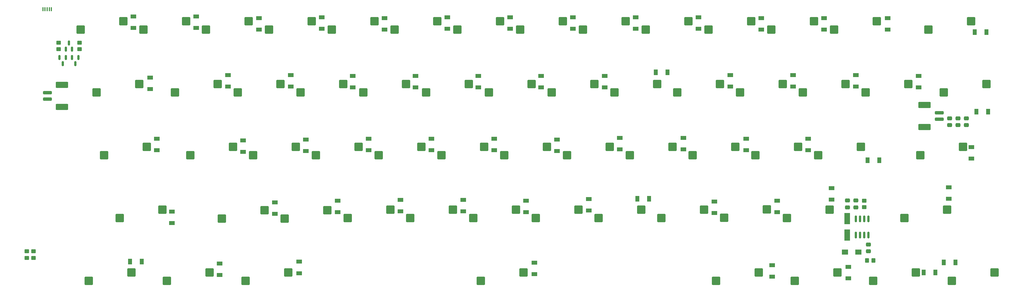
<source format=gbr>
%TF.GenerationSoftware,KiCad,Pcbnew,(6.0.7)*%
%TF.CreationDate,2022-10-26T17:48:04+08:00*%
%TF.ProjectId,Joker60_v2,4a6f6b65-7236-4305-9f76-322e6b696361,1.0*%
%TF.SameCoordinates,Original*%
%TF.FileFunction,Paste,Bot*%
%TF.FilePolarity,Positive*%
%FSLAX46Y46*%
G04 Gerber Fmt 4.6, Leading zero omitted, Abs format (unit mm)*
G04 Created by KiCad (PCBNEW (6.0.7)) date 2022-10-26 17:48:04*
%MOMM*%
%LPD*%
G01*
G04 APERTURE LIST*
G04 Aperture macros list*
%AMRoundRect*
0 Rectangle with rounded corners*
0 $1 Rounding radius*
0 $2 $3 $4 $5 $6 $7 $8 $9 X,Y pos of 4 corners*
0 Add a 4 corners polygon primitive as box body*
4,1,4,$2,$3,$4,$5,$6,$7,$8,$9,$2,$3,0*
0 Add four circle primitives for the rounded corners*
1,1,$1+$1,$2,$3*
1,1,$1+$1,$4,$5*
1,1,$1+$1,$6,$7*
1,1,$1+$1,$8,$9*
0 Add four rect primitives between the rounded corners*
20,1,$1+$1,$2,$3,$4,$5,0*
20,1,$1+$1,$4,$5,$6,$7,0*
20,1,$1+$1,$6,$7,$8,$9,0*
20,1,$1+$1,$8,$9,$2,$3,0*%
G04 Aperture macros list end*
%ADD10RoundRect,0.250000X-1.025000X-1.000000X1.025000X-1.000000X1.025000X1.000000X-1.025000X1.000000X0*%
%ADD11R,1.300000X1.700000*%
%ADD12R,1.700000X1.300000*%
%ADD13RoundRect,0.250000X-0.350000X-0.450000X0.350000X-0.450000X0.350000X0.450000X-0.350000X0.450000X0*%
%ADD14RoundRect,0.150000X-0.150000X0.587500X-0.150000X-0.587500X0.150000X-0.587500X0.150000X0.587500X0*%
%ADD15R,1.800000X3.500000*%
%ADD16RoundRect,0.250000X0.475000X-0.337500X0.475000X0.337500X-0.475000X0.337500X-0.475000X-0.337500X0*%
%ADD17RoundRect,0.250000X-0.450000X0.350000X-0.450000X-0.350000X0.450000X-0.350000X0.450000X0.350000X0*%
%ADD18R,1.900000X1.600000*%
%ADD19RoundRect,0.250000X0.450000X-0.350000X0.450000X0.350000X-0.450000X0.350000X-0.450000X-0.350000X0*%
%ADD20RoundRect,0.250000X1.100000X-0.250000X1.100000X0.250000X-1.100000X0.250000X-1.100000X-0.250000X0*%
%ADD21RoundRect,0.250000X1.650000X-0.650000X1.650000X0.650000X-1.650000X0.650000X-1.650000X-0.650000X0*%
%ADD22R,0.450000X1.300000*%
%ADD23RoundRect,0.150000X-0.150000X0.825000X-0.150000X-0.825000X0.150000X-0.825000X0.150000X0.825000X0*%
%ADD24RoundRect,0.150000X0.150000X-0.587500X0.150000X0.587500X-0.150000X0.587500X-0.150000X-0.587500X0*%
%ADD25RoundRect,0.250000X-1.100000X0.250000X-1.100000X-0.250000X1.100000X-0.250000X1.100000X0.250000X0*%
%ADD26RoundRect,0.250000X-1.650000X0.650000X-1.650000X-0.650000X1.650000X-0.650000X1.650000X0.650000X0*%
G04 APERTURE END LIST*
D10*
X288544000Y-188468000D03*
X275617000Y-191008000D03*
X175668000Y-171958000D03*
X188595000Y-169418000D03*
X113692000Y-210185000D03*
X126619000Y-207645000D03*
X202946000Y-207518000D03*
X190019000Y-210058000D03*
X218467000Y-191008000D03*
X231394000Y-188468000D03*
X73306000Y-229108000D03*
X86233000Y-226568000D03*
X82704000Y-210058000D03*
X95631000Y-207518000D03*
X311304000Y-229108000D03*
X324231000Y-226568000D03*
X108866000Y-152908000D03*
X121793000Y-150368000D03*
X259969000Y-207518000D03*
X247042000Y-210058000D03*
X240919000Y-207518000D03*
X227992000Y-210058000D03*
X128043000Y-152908000D03*
X140970000Y-150368000D03*
X283845000Y-169418000D03*
X270918000Y-171958000D03*
X136144000Y-188468000D03*
X123217000Y-191008000D03*
X166143000Y-152908000D03*
X179070000Y-150368000D03*
X269494000Y-188468000D03*
X256567000Y-191008000D03*
X300482000Y-226568000D03*
X287555000Y-229108000D03*
X198120000Y-150368000D03*
X185193000Y-152908000D03*
X150495000Y-169418000D03*
X137568000Y-171958000D03*
X83820000Y-150368000D03*
X70893000Y-152908000D03*
X294667000Y-191008000D03*
X307594000Y-188468000D03*
X161317000Y-191008000D03*
X174244000Y-188468000D03*
X280443000Y-152908000D03*
X293370000Y-150368000D03*
X325655000Y-191008000D03*
X338582000Y-188468000D03*
X133858000Y-226568000D03*
X120931000Y-229108000D03*
X276606000Y-226568000D03*
X263679000Y-229108000D03*
X151919000Y-210058000D03*
X164846000Y-207518000D03*
X78005000Y-191008000D03*
X90932000Y-188468000D03*
X207645000Y-169418000D03*
X194718000Y-171958000D03*
X298069000Y-207518000D03*
X285142000Y-210058000D03*
X213768000Y-171958000D03*
X226695000Y-169418000D03*
X132742000Y-210185000D03*
X145669000Y-207645000D03*
X217170000Y-150368000D03*
X204243000Y-152908000D03*
X160020000Y-150368000D03*
X147093000Y-152908000D03*
X169545000Y-169418000D03*
X156618000Y-171958000D03*
X340995000Y-150368000D03*
X328068000Y-152908000D03*
X142267000Y-191008000D03*
X155194000Y-188468000D03*
X118518000Y-171958000D03*
X131445000Y-169418000D03*
X193294000Y-188468000D03*
X180367000Y-191008000D03*
X320829000Y-210058000D03*
X333756000Y-207518000D03*
X199417000Y-191008000D03*
X212344000Y-188468000D03*
X223293000Y-152908000D03*
X236220000Y-150368000D03*
X274320000Y-150368000D03*
X261393000Y-152908000D03*
X192305000Y-229108000D03*
X205232000Y-226568000D03*
X264795000Y-169418000D03*
X251868000Y-171958000D03*
X255270000Y-150368000D03*
X242343000Y-152908000D03*
X102870000Y-150368000D03*
X89943000Y-152908000D03*
X279019000Y-207391000D03*
X266092000Y-209931000D03*
X345694000Y-169418000D03*
X332767000Y-171958000D03*
X348107000Y-226568000D03*
X335180000Y-229108000D03*
X237517000Y-191008000D03*
X250444000Y-188468000D03*
X75719000Y-171958000D03*
X88646000Y-169418000D03*
X302895000Y-169418000D03*
X289968000Y-171958000D03*
X104167000Y-191008000D03*
X117094000Y-188468000D03*
X97055000Y-229108000D03*
X109982000Y-226568000D03*
X321945000Y-169418000D03*
X309018000Y-171958000D03*
X99468000Y-171958000D03*
X112395000Y-169418000D03*
X183769000Y-207518000D03*
X170842000Y-210058000D03*
X245745000Y-169418000D03*
X232818000Y-171958000D03*
X312420000Y-150368000D03*
X299493000Y-152908000D03*
X208942000Y-210058000D03*
X221869000Y-207518000D03*
D11*
X239804000Y-204216000D03*
X243304000Y-204216000D03*
D12*
X191516000Y-166906000D03*
X191516000Y-170406000D03*
D11*
X346174000Y-177800000D03*
X342674000Y-177800000D03*
D13*
X309420000Y-222885000D03*
X311420000Y-222885000D03*
D14*
X68265000Y-161352500D03*
X70165000Y-161352500D03*
X69215000Y-163227500D03*
D11*
X313154000Y-192532000D03*
X309654000Y-192532000D03*
D12*
X167894000Y-204526000D03*
X167894000Y-208026000D03*
D11*
X248892000Y-165862000D03*
X245392000Y-165862000D03*
D12*
X298704000Y-200942000D03*
X298704000Y-204442000D03*
X177292000Y-185956000D03*
X177292000Y-189456000D03*
X303784000Y-224846000D03*
X303784000Y-228346000D03*
X325120000Y-166906000D03*
X325120000Y-170406000D03*
X129794000Y-205260000D03*
X129794000Y-208760000D03*
X220218000Y-149126000D03*
X220218000Y-152626000D03*
X234442000Y-185730000D03*
X234442000Y-189230000D03*
D15*
X303435000Y-210225000D03*
X303435000Y-215225000D03*
D16*
X334550000Y-181867500D03*
X334550000Y-179792500D03*
X337090000Y-181867500D03*
X337090000Y-179792500D03*
D12*
X163068000Y-149380000D03*
X163068000Y-152880000D03*
D17*
X64135000Y-156845000D03*
X64135000Y-158845000D03*
D12*
X267970000Y-166652000D03*
X267970000Y-170152000D03*
X153416000Y-166906000D03*
X153416000Y-170406000D03*
X186944000Y-204498000D03*
X186944000Y-207998000D03*
D18*
X302750000Y-220345000D03*
X306850000Y-220345000D03*
D12*
X158242000Y-185956000D03*
X158242000Y-189456000D03*
X148844000Y-204752000D03*
X148844000Y-208252000D03*
D16*
X306070000Y-206777500D03*
X306070000Y-204702500D03*
D12*
X229870000Y-166906000D03*
X229870000Y-170406000D03*
X113030000Y-223802000D03*
X113030000Y-227302000D03*
X258318000Y-149126000D03*
X258318000Y-152626000D03*
D11*
X345666000Y-153670000D03*
X342166000Y-153670000D03*
D16*
X309880000Y-220112500D03*
X309880000Y-218037500D03*
D12*
X205994000Y-204752000D03*
X205994000Y-208252000D03*
X287020000Y-166680000D03*
X287020000Y-170180000D03*
X272796000Y-185956000D03*
X272796000Y-189456000D03*
D19*
X54483000Y-222107000D03*
X54483000Y-220107000D03*
D12*
X98552000Y-211554000D03*
X98552000Y-208054000D03*
X291592000Y-185956000D03*
X291592000Y-189456000D03*
X210566000Y-166906000D03*
X210566000Y-170406000D03*
X341122000Y-191996000D03*
X341122000Y-188496000D03*
X172466000Y-166906000D03*
X172466000Y-170406000D03*
X215392000Y-186210000D03*
X215392000Y-189710000D03*
X105918000Y-148872000D03*
X105918000Y-152372000D03*
X225044000Y-204244000D03*
X225044000Y-207744000D03*
D17*
X308610000Y-204740000D03*
X308610000Y-206740000D03*
X56515000Y-220107000D03*
X56515000Y-222107000D03*
D20*
X331380000Y-180070000D03*
X331380000Y-178070000D03*
D21*
X326930000Y-182420000D03*
X326930000Y-175720000D03*
D22*
X59406000Y-146673000D03*
X60056000Y-146673000D03*
X60706000Y-146673000D03*
X61356000Y-146673000D03*
X62006000Y-146673000D03*
D12*
X280670000Y-224310000D03*
X280670000Y-227810000D03*
D14*
X64455000Y-161352500D03*
X66355000Y-161352500D03*
X65405000Y-163227500D03*
D12*
X115570000Y-166652000D03*
X115570000Y-170152000D03*
X124968000Y-149380000D03*
X124968000Y-152880000D03*
X182118000Y-149126000D03*
X182118000Y-152626000D03*
D11*
X332768000Y-223520000D03*
X336268000Y-223520000D03*
D12*
X86868000Y-148872000D03*
X86868000Y-152372000D03*
X93980000Y-185956000D03*
X93980000Y-189456000D03*
D11*
X89380000Y-223266000D03*
X85880000Y-223266000D03*
D12*
X120142000Y-186464000D03*
X120142000Y-189964000D03*
X253746000Y-185730000D03*
X253746000Y-189230000D03*
D16*
X339630000Y-181867500D03*
X339630000Y-179792500D03*
D12*
X306070000Y-166652000D03*
X306070000Y-170152000D03*
D23*
X306070000Y-210250000D03*
X307340000Y-210250000D03*
X308610000Y-210250000D03*
X309880000Y-210250000D03*
X309880000Y-215200000D03*
X308610000Y-215200000D03*
X307340000Y-215200000D03*
X306070000Y-215200000D03*
D12*
X201168000Y-149126000D03*
X201168000Y-152626000D03*
D24*
X68260000Y-158782500D03*
X66360000Y-158782500D03*
X67310000Y-156907500D03*
D16*
X303530000Y-206777500D03*
X303530000Y-204702500D03*
D12*
X137160000Y-223266000D03*
X137160000Y-226766000D03*
X296418000Y-149380000D03*
X296418000Y-152880000D03*
X134620000Y-166652000D03*
X134620000Y-170152000D03*
X282194000Y-204752000D03*
X282194000Y-208252000D03*
X139192000Y-186210000D03*
X139192000Y-189710000D03*
X144018000Y-149126000D03*
X144018000Y-152626000D03*
D11*
X330172000Y-226568000D03*
X326672000Y-226568000D03*
D12*
X196342000Y-185956000D03*
X196342000Y-189456000D03*
X315722000Y-149380000D03*
X315722000Y-152880000D03*
X277368000Y-149380000D03*
X277368000Y-152880000D03*
X239268000Y-149126000D03*
X239268000Y-152626000D03*
X263144000Y-205006000D03*
X263144000Y-208506000D03*
D25*
X60746000Y-171974000D03*
X60746000Y-173974000D03*
D26*
X65196000Y-169624000D03*
X65196000Y-176324000D03*
D12*
X208534000Y-223576000D03*
X208534000Y-227076000D03*
D19*
X70485000Y-158845000D03*
X70485000Y-156845000D03*
D12*
X334264000Y-200688000D03*
X334264000Y-204188000D03*
X91948000Y-167414000D03*
X91948000Y-170914000D03*
M02*

</source>
